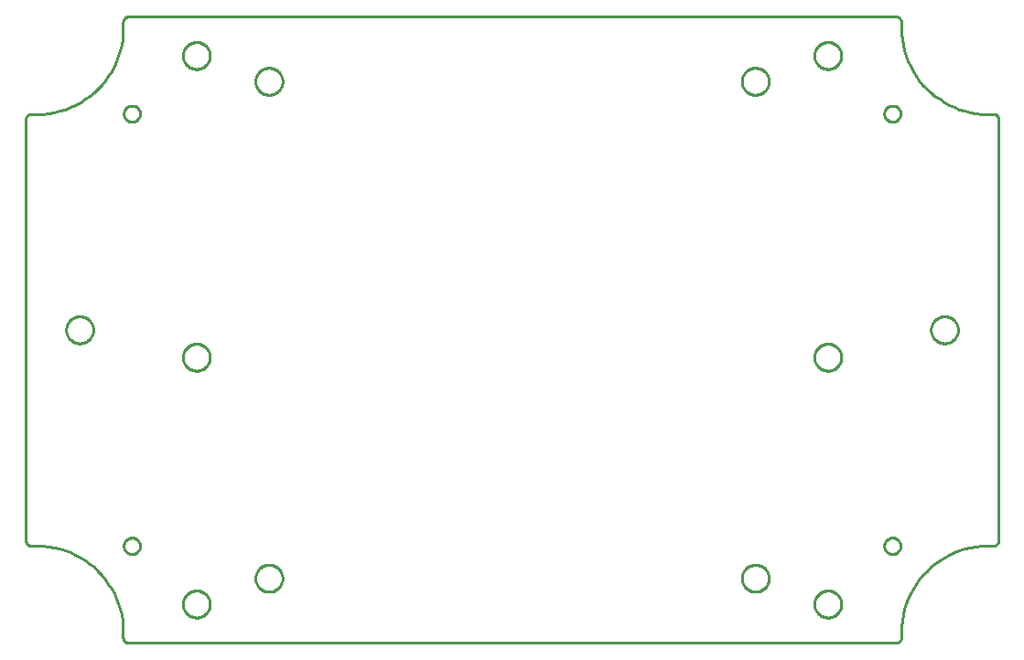
<source format=gbr>
G04 EAGLE Gerber RS-274X export*
G75*
%MOMM*%
%FSLAX34Y34*%
%LPD*%
%IN*%
%IPPOS*%
%AMOC8*
5,1,8,0,0,1.08239X$1,22.5*%
G01*
%ADD10C,0.254000*%


D10*
X45301Y198353D02*
X45335Y198019D01*
X45400Y197692D01*
X45466Y197368D01*
X45566Y197051D01*
X45693Y196755D01*
X45817Y196455D01*
X45972Y196173D01*
X46151Y195907D01*
X46334Y195639D01*
X46537Y195394D01*
X46989Y194943D01*
X47237Y194736D01*
X47505Y194557D01*
X47771Y194378D01*
X48053Y194223D01*
X48353Y194099D01*
X48653Y193971D01*
X48966Y193871D01*
X49293Y193806D01*
X49617Y193740D01*
X49955Y193706D01*
X60828Y193706D01*
X66219Y193144D01*
X71428Y192080D01*
X76634Y191012D01*
X81657Y189441D01*
X86442Y187419D01*
X91227Y185393D01*
X95775Y182916D01*
X100033Y180039D01*
X104287Y177166D01*
X108253Y173890D01*
X111874Y170272D01*
X115491Y166652D01*
X118767Y162686D01*
X121640Y158432D01*
X124517Y154174D01*
X126994Y149626D01*
X129016Y144841D01*
X131042Y140056D01*
X132613Y135033D01*
X133678Y129827D01*
X134746Y124618D01*
X135304Y119226D01*
X135304Y108354D01*
X135338Y108020D01*
X135407Y107692D01*
X135472Y107368D01*
X135569Y107051D01*
X135696Y106755D01*
X135824Y106455D01*
X135979Y106170D01*
X136158Y105904D01*
X136337Y105639D01*
X136544Y105391D01*
X136768Y105164D01*
X136995Y104940D01*
X137243Y104733D01*
X137774Y104375D01*
X138060Y104220D01*
X138359Y104096D01*
X138659Y103968D01*
X138973Y103868D01*
X139297Y103803D01*
X139624Y103737D01*
X139958Y103703D01*
X850640Y103703D01*
X850978Y103737D01*
X851633Y103868D01*
X851946Y103968D01*
X852246Y104096D01*
X852545Y104220D01*
X852831Y104375D01*
X853097Y104554D01*
X853362Y104736D01*
X853610Y104940D01*
X853837Y105167D01*
X854065Y105391D01*
X854268Y105639D01*
X854447Y105908D01*
X854626Y106173D01*
X854781Y106455D01*
X854905Y106755D01*
X855033Y107055D01*
X855133Y107368D01*
X855198Y107696D01*
X855264Y108020D01*
X855298Y108357D01*
X855298Y119226D01*
X855856Y124618D01*
X856924Y129827D01*
X857989Y135036D01*
X859563Y140059D01*
X861585Y144844D01*
X863608Y149629D01*
X866088Y154177D01*
X868961Y158435D01*
X871838Y162690D01*
X875114Y166655D01*
X878732Y170272D01*
X882349Y173893D01*
X886314Y177166D01*
X890572Y180043D01*
X894827Y182916D01*
X899375Y185393D01*
X904160Y187419D01*
X908945Y189441D01*
X913972Y191012D01*
X919177Y192080D01*
X924386Y193144D01*
X929778Y193706D01*
X940647Y193706D01*
X940985Y193740D01*
X941312Y193806D01*
X941636Y193871D01*
X941949Y193971D01*
X942249Y194099D01*
X942549Y194223D01*
X942831Y194378D01*
X943100Y194560D01*
X943365Y194740D01*
X943610Y194943D01*
X943837Y195170D01*
X944065Y195398D01*
X944268Y195646D01*
X944447Y195911D01*
X944626Y196176D01*
X944781Y196462D01*
X944905Y196762D01*
X945033Y197058D01*
X945132Y197375D01*
X945198Y197699D01*
X945263Y198026D01*
X945298Y198360D01*
X945298Y589048D01*
X945263Y589386D01*
X945198Y589713D01*
X945132Y590037D01*
X945033Y590350D01*
X944905Y590650D01*
X944781Y590950D01*
X944626Y591232D01*
X944447Y591501D01*
X944268Y591766D01*
X944065Y592011D01*
X943837Y592238D01*
X943610Y592466D01*
X943365Y592669D01*
X943100Y592848D01*
X942831Y593027D01*
X942549Y593182D01*
X942249Y593306D01*
X941949Y593434D01*
X941636Y593534D01*
X941312Y593599D01*
X940985Y593665D01*
X940647Y593699D01*
X929778Y593699D01*
X924386Y594257D01*
X919177Y595325D01*
X913972Y596390D01*
X908945Y597964D01*
X904160Y599986D01*
X899375Y602009D01*
X894827Y604489D01*
X890572Y607362D01*
X886314Y610239D01*
X882349Y613515D01*
X875114Y620750D01*
X871838Y624715D01*
X868961Y628973D01*
X866088Y633228D01*
X863608Y637776D01*
X861585Y642561D01*
X859563Y647346D01*
X857989Y652373D01*
X856924Y657578D01*
X855856Y662787D01*
X855298Y668179D01*
X855298Y679048D01*
X855264Y679386D01*
X855198Y679713D01*
X855133Y680037D01*
X855033Y680350D01*
X854905Y680650D01*
X854781Y680950D01*
X854626Y681232D01*
X854447Y681501D01*
X854268Y681766D01*
X854065Y682011D01*
X853837Y682238D01*
X853610Y682466D01*
X853362Y682669D01*
X853097Y682848D01*
X852831Y683027D01*
X852545Y683182D01*
X852246Y683306D01*
X851946Y683434D01*
X851633Y683533D01*
X851305Y683599D01*
X850978Y683664D01*
X850640Y683699D01*
X139961Y683699D01*
X139624Y683664D01*
X139300Y683599D01*
X138973Y683533D01*
X138659Y683434D01*
X138359Y683306D01*
X138060Y683182D01*
X137777Y683027D01*
X137509Y682848D01*
X137243Y682669D01*
X136995Y682466D01*
X136768Y682238D01*
X136544Y682011D01*
X136337Y681766D01*
X136158Y681501D01*
X135979Y681232D01*
X135824Y680950D01*
X135569Y680350D01*
X135472Y680037D01*
X135407Y679713D01*
X135338Y679386D01*
X135304Y679048D01*
X135304Y668179D01*
X134746Y662787D01*
X133678Y657578D01*
X132613Y652373D01*
X131042Y647346D01*
X129016Y642561D01*
X126994Y637776D01*
X124517Y633228D01*
X121640Y628973D01*
X118767Y624715D01*
X115491Y620750D01*
X111874Y617133D01*
X108253Y613515D01*
X104287Y610239D01*
X100033Y607362D01*
X95775Y604489D01*
X91227Y602009D01*
X86442Y599986D01*
X81657Y597964D01*
X76634Y596390D01*
X71428Y595325D01*
X66219Y594257D01*
X60828Y593699D01*
X49955Y593699D01*
X49617Y593665D01*
X49293Y593599D01*
X48966Y593534D01*
X48653Y593434D01*
X48353Y593306D01*
X48053Y593182D01*
X47771Y593027D01*
X47505Y592848D01*
X47237Y592669D01*
X46989Y592466D01*
X46765Y592238D01*
X46537Y592011D01*
X46334Y591766D01*
X46151Y591501D01*
X45972Y591232D01*
X45817Y590950D01*
X45693Y590650D01*
X45566Y590350D01*
X45466Y590037D01*
X45400Y589713D01*
X45335Y589386D01*
X45301Y589048D01*
X45301Y198353D01*
X190699Y646836D02*
X190785Y645992D01*
X190951Y645179D01*
X191119Y644366D01*
X191364Y643581D01*
X191681Y642833D01*
X191994Y642086D01*
X192384Y641376D01*
X192832Y640711D01*
X193283Y640046D01*
X193793Y639429D01*
X194358Y638861D01*
X194923Y638292D01*
X195543Y637783D01*
X196208Y637335D01*
X196873Y636883D01*
X197586Y636498D01*
X198333Y636181D01*
X199081Y635867D01*
X199867Y635619D01*
X200680Y635454D01*
X201493Y635288D01*
X202337Y635199D01*
X204063Y635199D01*
X204903Y635288D01*
X205716Y635454D01*
X206533Y635619D01*
X207315Y635867D01*
X208066Y636181D01*
X208813Y636498D01*
X209523Y636883D01*
X210188Y637335D01*
X210853Y637783D01*
X211473Y638292D01*
X212038Y638861D01*
X212603Y639429D01*
X213116Y640046D01*
X213564Y640711D01*
X214016Y641376D01*
X214401Y642086D01*
X214718Y642833D01*
X215032Y643581D01*
X215280Y644366D01*
X215445Y645179D01*
X215611Y645992D01*
X215700Y646836D01*
X215700Y648559D01*
X215611Y649403D01*
X215445Y650216D01*
X215280Y651029D01*
X215032Y651814D01*
X214718Y652562D01*
X214401Y653310D01*
X214016Y654019D01*
X213564Y654684D01*
X213116Y655349D01*
X212603Y655966D01*
X212038Y656534D01*
X211473Y657103D01*
X210853Y657613D01*
X210188Y658060D01*
X209523Y658512D01*
X208813Y658898D01*
X208066Y659215D01*
X207315Y659528D01*
X206533Y659776D01*
X205716Y659941D01*
X204903Y660107D01*
X204063Y660196D01*
X202337Y660196D01*
X201493Y660107D01*
X200680Y659941D01*
X199867Y659776D01*
X199081Y659528D01*
X198333Y659215D01*
X197586Y658898D01*
X196873Y658512D01*
X196208Y658060D01*
X195543Y657613D01*
X194923Y657103D01*
X194358Y656534D01*
X193793Y655966D01*
X193283Y655349D01*
X192832Y654684D01*
X192384Y654019D01*
X191994Y653310D01*
X191681Y652562D01*
X191364Y651814D01*
X191119Y651029D01*
X190951Y650216D01*
X190785Y649403D01*
X190699Y648559D01*
X190699Y646836D01*
X774900Y646836D02*
X774986Y645992D01*
X775151Y645179D01*
X775320Y644366D01*
X775565Y643581D01*
X775882Y642833D01*
X776199Y642086D01*
X776585Y641376D01*
X777487Y640046D01*
X777997Y639429D01*
X778562Y638861D01*
X779127Y638292D01*
X779747Y637783D01*
X780412Y637335D01*
X781077Y636883D01*
X781787Y636498D01*
X782534Y636181D01*
X783282Y635867D01*
X784067Y635619D01*
X784880Y635454D01*
X785693Y635288D01*
X786534Y635199D01*
X788263Y635199D01*
X789104Y635288D01*
X789917Y635454D01*
X790730Y635619D01*
X791516Y635867D01*
X792263Y636181D01*
X793011Y636498D01*
X793720Y636883D01*
X794385Y637335D01*
X795050Y637783D01*
X795670Y638292D01*
X796235Y638861D01*
X796800Y639429D01*
X797310Y640046D01*
X798213Y641376D01*
X798599Y642086D01*
X798916Y642833D01*
X799233Y643581D01*
X799477Y644366D01*
X799646Y645179D01*
X799811Y645992D01*
X799897Y646836D01*
X799897Y648559D01*
X799811Y649403D01*
X799646Y650216D01*
X799477Y651029D01*
X799233Y651814D01*
X798916Y652562D01*
X798599Y653310D01*
X798213Y654019D01*
X797310Y655349D01*
X796800Y655966D01*
X796235Y656534D01*
X795670Y657103D01*
X795050Y657613D01*
X794385Y658060D01*
X793720Y658512D01*
X793011Y658898D01*
X792263Y659215D01*
X791516Y659528D01*
X790730Y659776D01*
X789917Y659941D01*
X789104Y660107D01*
X788263Y660196D01*
X786534Y660196D01*
X785693Y660107D01*
X784880Y659941D01*
X784067Y659776D01*
X783282Y659528D01*
X782534Y659215D01*
X781787Y658898D01*
X781077Y658512D01*
X780412Y658060D01*
X779747Y657613D01*
X779127Y657103D01*
X778562Y656534D01*
X777997Y655966D01*
X777487Y655349D01*
X776585Y654019D01*
X776199Y653310D01*
X775882Y652562D01*
X775565Y651814D01*
X775320Y651029D01*
X775151Y650216D01*
X774986Y649403D01*
X774900Y648559D01*
X774900Y646836D01*
X136008Y193036D02*
X136060Y192530D01*
X136160Y192040D01*
X136260Y191555D01*
X136408Y191083D01*
X136597Y190635D01*
X136787Y190183D01*
X137021Y189760D01*
X137290Y189360D01*
X137562Y188960D01*
X137869Y188588D01*
X138206Y188247D01*
X138547Y187910D01*
X138919Y187603D01*
X139316Y187331D01*
X139715Y187062D01*
X140142Y186828D01*
X140590Y186638D01*
X141038Y186449D01*
X141510Y186301D01*
X142488Y186101D01*
X142991Y186049D01*
X144028Y186049D01*
X144535Y186101D01*
X145021Y186201D01*
X145510Y186301D01*
X145978Y186449D01*
X146430Y186638D01*
X146877Y186828D01*
X147305Y187062D01*
X147704Y187331D01*
X148101Y187603D01*
X148473Y187910D01*
X148814Y188247D01*
X149151Y188588D01*
X149458Y188960D01*
X149727Y189360D01*
X149995Y189760D01*
X150230Y190183D01*
X150419Y190635D01*
X150609Y191083D01*
X150757Y191555D01*
X150857Y192040D01*
X150956Y192530D01*
X151008Y193036D01*
X151008Y194069D01*
X150956Y194576D01*
X150857Y195062D01*
X150757Y195551D01*
X150609Y196023D01*
X150419Y196471D01*
X150230Y196919D01*
X149995Y197346D01*
X149727Y197745D01*
X149458Y198142D01*
X149151Y198514D01*
X148814Y198855D01*
X148473Y199192D01*
X148101Y199499D01*
X147704Y199768D01*
X147305Y200036D01*
X146877Y200271D01*
X146430Y200460D01*
X145978Y200650D01*
X145510Y200798D01*
X145021Y200898D01*
X144535Y200998D01*
X144028Y201049D01*
X142991Y201049D01*
X142488Y200998D01*
X141510Y200798D01*
X141038Y200650D01*
X140590Y200460D01*
X140142Y200271D01*
X139715Y200036D01*
X139316Y199768D01*
X138919Y199499D01*
X138547Y199192D01*
X138206Y198855D01*
X137869Y198514D01*
X137562Y198142D01*
X137290Y197745D01*
X137021Y197346D01*
X136787Y196919D01*
X136408Y196023D01*
X136260Y195551D01*
X136160Y195062D01*
X136060Y194576D01*
X136008Y194069D01*
X136008Y193036D01*
X774900Y138838D02*
X774986Y137994D01*
X775151Y137181D01*
X775320Y136368D01*
X775565Y135582D01*
X775882Y134834D01*
X776199Y134087D01*
X776585Y133377D01*
X777487Y132047D01*
X777997Y131427D01*
X778562Y130862D01*
X779127Y130294D01*
X779747Y129784D01*
X780412Y129336D01*
X781077Y128885D01*
X781787Y128499D01*
X782534Y128182D01*
X783282Y127865D01*
X784067Y127620D01*
X784880Y127452D01*
X785693Y127286D01*
X786534Y127200D01*
X788263Y127200D01*
X789104Y127286D01*
X789917Y127452D01*
X790730Y127620D01*
X791516Y127865D01*
X792263Y128182D01*
X793011Y128499D01*
X793720Y128885D01*
X794385Y129336D01*
X795050Y129784D01*
X795670Y130294D01*
X796235Y130862D01*
X796800Y131427D01*
X797310Y132047D01*
X798213Y133377D01*
X798599Y134087D01*
X798916Y134834D01*
X799233Y135582D01*
X799477Y136368D01*
X799646Y137181D01*
X799811Y137994D01*
X799897Y138838D01*
X799897Y140564D01*
X799811Y141404D01*
X799646Y142217D01*
X799477Y143034D01*
X799233Y143816D01*
X798916Y144567D01*
X798599Y145314D01*
X798213Y146024D01*
X797762Y146689D01*
X797310Y147354D01*
X796800Y147974D01*
X795670Y149104D01*
X795050Y149617D01*
X794385Y150065D01*
X793720Y150517D01*
X793011Y150902D01*
X792263Y151219D01*
X791516Y151533D01*
X790730Y151781D01*
X789917Y151946D01*
X789104Y152112D01*
X788263Y152201D01*
X786534Y152201D01*
X785693Y152112D01*
X784880Y151946D01*
X784067Y151781D01*
X783282Y151533D01*
X782534Y151219D01*
X781787Y150902D01*
X781077Y150517D01*
X780412Y150065D01*
X779747Y149617D01*
X779127Y149104D01*
X777997Y147974D01*
X777487Y147354D01*
X777036Y146689D01*
X776585Y146024D01*
X776199Y145314D01*
X775882Y144567D01*
X775565Y143816D01*
X775320Y143034D01*
X775151Y142217D01*
X774986Y141404D01*
X774900Y140564D01*
X774900Y138838D01*
X707841Y622965D02*
X707931Y622125D01*
X708096Y621308D01*
X708261Y620495D01*
X708509Y619710D01*
X708823Y618962D01*
X709140Y618214D01*
X709526Y617505D01*
X709977Y616840D01*
X710425Y616175D01*
X710935Y615558D01*
X712072Y614421D01*
X712688Y613912D01*
X713353Y613464D01*
X714018Y613012D01*
X714728Y612626D01*
X715475Y612308D01*
X716223Y611994D01*
X717008Y611746D01*
X717821Y611581D01*
X718638Y611416D01*
X719479Y611326D01*
X721201Y611326D01*
X722045Y611416D01*
X722858Y611581D01*
X723675Y611746D01*
X724460Y611994D01*
X725208Y612308D01*
X725955Y612626D01*
X726665Y613012D01*
X727330Y613464D01*
X727995Y613912D01*
X728615Y614421D01*
X729745Y615558D01*
X730258Y616175D01*
X730710Y616840D01*
X731157Y617505D01*
X731547Y618214D01*
X731864Y618962D01*
X732177Y619710D01*
X732425Y620495D01*
X732591Y621308D01*
X732756Y622125D01*
X732846Y622965D01*
X732846Y624688D01*
X732756Y625532D01*
X732591Y626345D01*
X732425Y627158D01*
X732177Y627943D01*
X731864Y628691D01*
X731547Y629439D01*
X731157Y630152D01*
X730710Y630817D01*
X730258Y631481D01*
X729745Y632102D01*
X728615Y633232D01*
X727995Y633741D01*
X727330Y634193D01*
X726665Y634641D01*
X725955Y635030D01*
X725208Y635343D01*
X724460Y635657D01*
X723675Y635905D01*
X722858Y636070D01*
X722045Y636236D01*
X721201Y636325D01*
X719479Y636325D01*
X718638Y636236D01*
X717821Y636070D01*
X717008Y635905D01*
X716223Y635657D01*
X715475Y635343D01*
X714728Y635030D01*
X714018Y634641D01*
X713353Y634193D01*
X712688Y633741D01*
X712072Y633232D01*
X710935Y632102D01*
X710425Y631481D01*
X709977Y630817D01*
X709526Y630152D01*
X709140Y629439D01*
X708823Y628691D01*
X708509Y627943D01*
X708261Y627158D01*
X707931Y625532D01*
X707841Y624688D01*
X707841Y622965D01*
X774900Y367437D02*
X774986Y366593D01*
X775151Y365780D01*
X775320Y364967D01*
X775565Y364182D01*
X775882Y363434D01*
X776199Y362686D01*
X776585Y361977D01*
X777487Y360647D01*
X777997Y360027D01*
X778562Y359462D01*
X779127Y358893D01*
X779747Y358383D01*
X780412Y357936D01*
X781077Y357484D01*
X781787Y357098D01*
X782534Y356781D01*
X783282Y356465D01*
X784067Y356220D01*
X784880Y356051D01*
X785693Y355886D01*
X786534Y355800D01*
X788263Y355800D01*
X789104Y355886D01*
X789917Y356051D01*
X790730Y356220D01*
X791516Y356465D01*
X792263Y356781D01*
X793011Y357098D01*
X793720Y357484D01*
X794385Y357936D01*
X795050Y358383D01*
X795670Y358893D01*
X796235Y359462D01*
X796800Y360027D01*
X797310Y360647D01*
X798213Y361977D01*
X798599Y362686D01*
X798916Y363434D01*
X799233Y364182D01*
X799477Y364967D01*
X799646Y365780D01*
X799811Y366593D01*
X799897Y367437D01*
X799897Y369163D01*
X799811Y370004D01*
X799646Y370817D01*
X799477Y371633D01*
X799233Y372415D01*
X798916Y373166D01*
X798599Y373914D01*
X798213Y374624D01*
X797762Y375289D01*
X797310Y375953D01*
X796800Y376574D01*
X795670Y377704D01*
X795050Y378217D01*
X794385Y378665D01*
X793720Y379116D01*
X793011Y379502D01*
X792263Y379819D01*
X791516Y380132D01*
X790730Y380380D01*
X789917Y380546D01*
X789104Y380711D01*
X788263Y380801D01*
X786534Y380801D01*
X785693Y380711D01*
X784880Y380546D01*
X784067Y380380D01*
X783282Y380132D01*
X782534Y379819D01*
X781787Y379502D01*
X781077Y379116D01*
X780412Y378665D01*
X779747Y378217D01*
X779127Y377704D01*
X777997Y376574D01*
X777487Y375953D01*
X777036Y375289D01*
X776585Y374624D01*
X776199Y373914D01*
X775882Y373166D01*
X775565Y372415D01*
X775320Y371633D01*
X775151Y370817D01*
X774986Y370004D01*
X774900Y369163D01*
X774900Y367437D01*
X839588Y193036D02*
X839640Y192530D01*
X839740Y192040D01*
X839840Y191555D01*
X839988Y191083D01*
X840178Y190635D01*
X840367Y190183D01*
X840598Y189760D01*
X840870Y189360D01*
X841139Y188960D01*
X841445Y188588D01*
X841786Y188247D01*
X842128Y187910D01*
X842496Y187603D01*
X842896Y187331D01*
X843295Y187062D01*
X843719Y186828D01*
X844170Y186638D01*
X844618Y186449D01*
X845090Y186301D01*
X845579Y186201D01*
X846065Y186101D01*
X846572Y186049D01*
X847605Y186049D01*
X848112Y186101D01*
X848597Y186201D01*
X849087Y186301D01*
X849559Y186449D01*
X850006Y186638D01*
X850458Y186828D01*
X850881Y187062D01*
X851281Y187331D01*
X851681Y187603D01*
X852049Y187910D01*
X852390Y188247D01*
X852732Y188588D01*
X853038Y188960D01*
X853307Y189360D01*
X853579Y189760D01*
X853810Y190183D01*
X853999Y190635D01*
X854189Y191083D01*
X854337Y191555D01*
X854437Y192040D01*
X854537Y192530D01*
X854588Y193036D01*
X854588Y194069D01*
X854537Y194576D01*
X854437Y195062D01*
X854337Y195551D01*
X854189Y196023D01*
X853999Y196471D01*
X853810Y196919D01*
X853579Y197346D01*
X853307Y197745D01*
X853038Y198142D01*
X852732Y198514D01*
X852390Y198855D01*
X852049Y199192D01*
X851681Y199499D01*
X851281Y199768D01*
X850881Y200036D01*
X850458Y200271D01*
X850006Y200460D01*
X849559Y200650D01*
X849087Y200798D01*
X848597Y200898D01*
X848112Y200998D01*
X847605Y201049D01*
X846572Y201049D01*
X846065Y200998D01*
X845579Y200898D01*
X845090Y200798D01*
X844618Y200650D01*
X844170Y200460D01*
X843719Y200271D01*
X843295Y200036D01*
X842496Y199499D01*
X842128Y199192D01*
X841786Y198855D01*
X841445Y198514D01*
X841139Y198142D01*
X840870Y197745D01*
X840598Y197346D01*
X840367Y196919D01*
X839988Y196023D01*
X839840Y195551D01*
X839740Y195062D01*
X839640Y194576D01*
X839588Y194069D01*
X839588Y193036D01*
X257755Y162719D02*
X257841Y161875D01*
X258006Y161062D01*
X258175Y160249D01*
X258419Y159463D01*
X258736Y158716D01*
X259053Y157968D01*
X259439Y157255D01*
X259890Y156590D01*
X260338Y155925D01*
X260848Y155305D01*
X261417Y154740D01*
X261982Y154175D01*
X262602Y153662D01*
X263932Y152766D01*
X264641Y152377D01*
X265389Y152060D01*
X266136Y151743D01*
X266922Y151498D01*
X267735Y151333D01*
X268551Y151168D01*
X269392Y151078D01*
X271118Y151078D01*
X271959Y151168D01*
X272775Y151333D01*
X273588Y151498D01*
X274374Y151743D01*
X275121Y152060D01*
X275869Y152377D01*
X276579Y152766D01*
X277243Y153214D01*
X277908Y153662D01*
X278525Y154175D01*
X279093Y154740D01*
X279658Y155305D01*
X280168Y155925D01*
X280620Y156590D01*
X281067Y157255D01*
X281453Y157968D01*
X281770Y158716D01*
X282087Y159463D01*
X282335Y160249D01*
X282501Y161062D01*
X282666Y161875D01*
X282756Y162719D01*
X282756Y164442D01*
X282666Y165286D01*
X282501Y166099D01*
X282335Y166912D01*
X282087Y167697D01*
X281770Y168445D01*
X281453Y169189D01*
X281067Y169902D01*
X280620Y170567D01*
X280168Y171228D01*
X279658Y171849D01*
X279093Y172414D01*
X278525Y172979D01*
X277908Y173492D01*
X277243Y173940D01*
X276579Y174391D01*
X275869Y174777D01*
X275121Y175094D01*
X274374Y175411D01*
X273588Y175655D01*
X272775Y175824D01*
X271959Y175990D01*
X271118Y176076D01*
X269392Y176076D01*
X268551Y175990D01*
X267735Y175824D01*
X266922Y175655D01*
X266136Y175411D01*
X265389Y175094D01*
X264641Y174777D01*
X263932Y174391D01*
X263267Y173940D01*
X262602Y173492D01*
X261982Y172979D01*
X261417Y172414D01*
X260848Y171849D01*
X260338Y171228D01*
X259890Y170567D01*
X259439Y169902D01*
X259053Y169189D01*
X258736Y168445D01*
X258419Y167697D01*
X258175Y166912D01*
X258006Y166099D01*
X257841Y165286D01*
X257755Y164442D01*
X257755Y162719D01*
X190699Y138838D02*
X190785Y137994D01*
X190951Y137181D01*
X191119Y136368D01*
X191364Y135582D01*
X191681Y134834D01*
X191994Y134087D01*
X192384Y133377D01*
X192832Y132712D01*
X193283Y132047D01*
X193793Y131427D01*
X194358Y130862D01*
X194923Y130294D01*
X195543Y129784D01*
X196208Y129336D01*
X196873Y128885D01*
X197586Y128499D01*
X198333Y128182D01*
X199081Y127865D01*
X199867Y127620D01*
X200680Y127452D01*
X201493Y127286D01*
X202337Y127200D01*
X204063Y127200D01*
X204903Y127286D01*
X205716Y127452D01*
X206533Y127620D01*
X207315Y127865D01*
X208066Y128182D01*
X208813Y128499D01*
X209523Y128885D01*
X210188Y129336D01*
X210853Y129784D01*
X211473Y130294D01*
X212038Y130862D01*
X212603Y131427D01*
X213116Y132047D01*
X213564Y132712D01*
X214016Y133377D01*
X214401Y134087D01*
X214718Y134834D01*
X215032Y135582D01*
X215280Y136368D01*
X215445Y137181D01*
X215611Y137994D01*
X215700Y138838D01*
X215700Y140564D01*
X215611Y141404D01*
X215445Y142217D01*
X215280Y143034D01*
X215032Y143816D01*
X214718Y144567D01*
X214401Y145314D01*
X214016Y146024D01*
X213564Y146689D01*
X213116Y147354D01*
X212603Y147971D01*
X212038Y148539D01*
X211473Y149104D01*
X210853Y149614D01*
X210188Y150065D01*
X209523Y150513D01*
X208813Y150899D01*
X208066Y151216D01*
X207315Y151533D01*
X206533Y151781D01*
X205716Y151946D01*
X204903Y152112D01*
X204063Y152201D01*
X202337Y152201D01*
X201493Y152112D01*
X200680Y151946D01*
X199867Y151781D01*
X199081Y151533D01*
X198333Y151216D01*
X197586Y150899D01*
X196873Y150513D01*
X196208Y150065D01*
X195543Y149614D01*
X194923Y149104D01*
X194358Y148539D01*
X193793Y147971D01*
X193283Y147354D01*
X192832Y146689D01*
X192384Y146024D01*
X191994Y145314D01*
X191681Y144567D01*
X191364Y143816D01*
X191119Y143034D01*
X190951Y142217D01*
X190785Y141404D01*
X190699Y140564D01*
X190699Y138838D01*
X839588Y593332D02*
X839640Y592829D01*
X839740Y592340D01*
X839840Y591851D01*
X839988Y591382D01*
X840367Y590487D01*
X840598Y590059D01*
X840870Y589660D01*
X841139Y589260D01*
X841445Y588888D01*
X841786Y588550D01*
X842128Y588213D01*
X842496Y587903D01*
X843295Y587365D01*
X843719Y587131D01*
X844170Y586942D01*
X844618Y586752D01*
X845090Y586604D01*
X845579Y586504D01*
X846065Y586404D01*
X846572Y586352D01*
X847605Y586352D01*
X848112Y586404D01*
X848597Y586504D01*
X849087Y586604D01*
X849559Y586752D01*
X850006Y586942D01*
X850458Y587131D01*
X850881Y587365D01*
X851281Y587634D01*
X851681Y587903D01*
X852049Y588213D01*
X852732Y588888D01*
X853038Y589260D01*
X853307Y589660D01*
X853579Y590059D01*
X853810Y590487D01*
X853999Y590934D01*
X854189Y591382D01*
X854337Y591851D01*
X854437Y592340D01*
X854537Y592829D01*
X854588Y593332D01*
X854588Y594366D01*
X854537Y594872D01*
X854437Y595361D01*
X854337Y595847D01*
X854189Y596323D01*
X853999Y596770D01*
X853810Y597218D01*
X853579Y597645D01*
X853307Y598045D01*
X853038Y598445D01*
X852732Y598817D01*
X852049Y599492D01*
X851681Y599802D01*
X851281Y600071D01*
X850881Y600340D01*
X850458Y600574D01*
X850006Y600763D01*
X849559Y600953D01*
X849087Y601101D01*
X848597Y601201D01*
X848112Y601301D01*
X847605Y601352D01*
X846572Y601352D01*
X846065Y601301D01*
X845579Y601201D01*
X845090Y601101D01*
X844618Y600953D01*
X844170Y600763D01*
X843719Y600574D01*
X843295Y600340D01*
X842496Y599802D01*
X842128Y599492D01*
X841786Y599154D01*
X841445Y598817D01*
X841139Y598445D01*
X840870Y598045D01*
X840598Y597645D01*
X840367Y597218D01*
X840178Y596770D01*
X839988Y596323D01*
X839840Y595847D01*
X839740Y595361D01*
X839640Y594872D01*
X839588Y594366D01*
X839588Y593332D01*
X882849Y392840D02*
X882938Y391999D01*
X883103Y391182D01*
X883269Y390369D01*
X883517Y389584D01*
X883830Y388836D01*
X884147Y388089D01*
X884533Y387379D01*
X884985Y386714D01*
X885432Y386049D01*
X885942Y385429D01*
X886511Y384864D01*
X887079Y384296D01*
X887696Y383786D01*
X888361Y383338D01*
X889026Y382887D01*
X889735Y382501D01*
X890483Y382184D01*
X891230Y381867D01*
X892016Y381622D01*
X892829Y381454D01*
X893645Y381288D01*
X894486Y381202D01*
X896209Y381202D01*
X897053Y381288D01*
X897866Y381454D01*
X898682Y381622D01*
X899468Y381867D01*
X900963Y382501D01*
X901673Y382887D01*
X902337Y383338D01*
X903002Y383786D01*
X903622Y384296D01*
X904187Y384864D01*
X904752Y385429D01*
X905266Y386049D01*
X905717Y386714D01*
X906165Y387379D01*
X906554Y388089D01*
X906871Y388836D01*
X907185Y389584D01*
X907433Y390369D01*
X907598Y391182D01*
X907764Y391999D01*
X907853Y392840D01*
X907853Y394566D01*
X907764Y395406D01*
X907598Y396219D01*
X907433Y397032D01*
X907185Y397818D01*
X906871Y398565D01*
X906554Y399313D01*
X906165Y400023D01*
X905717Y400688D01*
X905266Y401352D01*
X904752Y401973D01*
X904187Y402538D01*
X903622Y403103D01*
X903002Y403612D01*
X901673Y404515D01*
X900963Y404901D01*
X900215Y405218D01*
X899468Y405535D01*
X898682Y405779D01*
X897866Y405948D01*
X897053Y406114D01*
X896209Y406200D01*
X894486Y406200D01*
X893645Y406114D01*
X892829Y405948D01*
X892016Y405779D01*
X891230Y405535D01*
X890483Y405218D01*
X889735Y404901D01*
X889026Y404515D01*
X888361Y404064D01*
X887696Y403612D01*
X887079Y403103D01*
X886511Y402538D01*
X885942Y401973D01*
X885432Y401352D01*
X884985Y400688D01*
X884533Y400023D01*
X884147Y399313D01*
X883830Y398565D01*
X883517Y397818D01*
X883269Y397032D01*
X883103Y396219D01*
X882938Y395406D01*
X882849Y394566D01*
X882849Y392840D01*
X190699Y367439D02*
X190789Y366598D01*
X190954Y365782D01*
X191119Y364969D01*
X191364Y364183D01*
X191998Y362688D01*
X192387Y361978D01*
X192835Y361313D01*
X193283Y360649D01*
X193796Y360028D01*
X194361Y359463D01*
X194926Y358895D01*
X195546Y358385D01*
X196211Y357937D01*
X196876Y357486D01*
X197589Y357100D01*
X198337Y356783D01*
X199085Y356466D01*
X199870Y356222D01*
X200683Y356053D01*
X201496Y355887D01*
X202340Y355801D01*
X204066Y355801D01*
X204907Y355887D01*
X205720Y356053D01*
X206533Y356222D01*
X207318Y356466D01*
X208066Y356783D01*
X208813Y357100D01*
X209523Y357486D01*
X210188Y357937D01*
X210853Y358385D01*
X211473Y358895D01*
X212038Y359463D01*
X212603Y360028D01*
X213116Y360649D01*
X213564Y361313D01*
X214016Y361978D01*
X214401Y362688D01*
X214718Y363436D01*
X215035Y364183D01*
X215280Y364969D01*
X215449Y365782D01*
X215614Y366598D01*
X215700Y367439D01*
X215700Y369165D01*
X215614Y370005D01*
X215449Y370819D01*
X215280Y371632D01*
X215035Y372417D01*
X214718Y373165D01*
X214401Y373912D01*
X214016Y374622D01*
X213564Y375287D01*
X213116Y375952D01*
X212603Y376572D01*
X211473Y377702D01*
X210853Y378212D01*
X210188Y378663D01*
X209523Y379114D01*
X208813Y379500D01*
X208066Y379817D01*
X207318Y380134D01*
X206533Y380379D01*
X205720Y380547D01*
X204907Y380713D01*
X204066Y380799D01*
X202340Y380799D01*
X201496Y380713D01*
X200683Y380547D01*
X199870Y380379D01*
X199085Y380134D01*
X198337Y379817D01*
X197589Y379500D01*
X196876Y379114D01*
X196211Y378663D01*
X195546Y378212D01*
X194926Y377702D01*
X193796Y376572D01*
X193283Y375952D01*
X192835Y375287D01*
X192387Y374622D01*
X191998Y373912D01*
X191681Y373165D01*
X191364Y372417D01*
X191119Y371632D01*
X190954Y370819D01*
X190789Y370005D01*
X190699Y369165D01*
X190699Y367439D01*
X707841Y162719D02*
X707931Y161875D01*
X708261Y160249D01*
X708509Y159463D01*
X708823Y158716D01*
X709140Y157968D01*
X709526Y157255D01*
X709977Y156590D01*
X710425Y155925D01*
X710935Y155305D01*
X712072Y154175D01*
X712688Y153662D01*
X714018Y152766D01*
X714728Y152377D01*
X715475Y152060D01*
X716223Y151743D01*
X717008Y151498D01*
X717821Y151333D01*
X718638Y151168D01*
X719479Y151078D01*
X721201Y151078D01*
X722045Y151168D01*
X722858Y151333D01*
X723675Y151498D01*
X724460Y151743D01*
X725208Y152060D01*
X725955Y152377D01*
X726665Y152766D01*
X727995Y153662D01*
X728615Y154175D01*
X729745Y155305D01*
X730258Y155925D01*
X730710Y156590D01*
X731157Y157255D01*
X731547Y157968D01*
X731864Y158716D01*
X732177Y159463D01*
X732425Y160249D01*
X732591Y161062D01*
X732756Y161875D01*
X732846Y162719D01*
X732846Y164442D01*
X732756Y165286D01*
X732591Y166099D01*
X732425Y166912D01*
X732177Y167697D01*
X731864Y168445D01*
X731547Y169189D01*
X731157Y169902D01*
X730710Y170567D01*
X730258Y171228D01*
X729745Y171849D01*
X728615Y172979D01*
X727995Y173492D01*
X727330Y173940D01*
X726665Y174391D01*
X725955Y174777D01*
X725208Y175094D01*
X724460Y175411D01*
X723675Y175655D01*
X722858Y175824D01*
X722045Y175990D01*
X721201Y176076D01*
X719479Y176076D01*
X718638Y175990D01*
X717821Y175824D01*
X717008Y175655D01*
X716223Y175411D01*
X715475Y175094D01*
X714728Y174777D01*
X714018Y174391D01*
X713353Y173940D01*
X712688Y173492D01*
X712072Y172979D01*
X710935Y171849D01*
X710425Y171228D01*
X709977Y170567D01*
X709526Y169902D01*
X709140Y169189D01*
X708823Y168445D01*
X708509Y167697D01*
X708261Y166912D01*
X708096Y166099D01*
X707931Y165286D01*
X707841Y164442D01*
X707841Y162719D01*
X82749Y392840D02*
X82838Y391999D01*
X83004Y391182D01*
X83169Y390369D01*
X83414Y389584D01*
X83731Y388836D01*
X84048Y388089D01*
X84437Y387379D01*
X84885Y386714D01*
X85333Y386049D01*
X85846Y385429D01*
X86411Y384864D01*
X86976Y384296D01*
X87596Y383786D01*
X88261Y383338D01*
X88926Y382887D01*
X89639Y382501D01*
X90387Y382184D01*
X91134Y381867D01*
X91920Y381622D01*
X92733Y381454D01*
X93546Y381288D01*
X94390Y381202D01*
X96116Y381202D01*
X96956Y381288D01*
X97769Y381454D01*
X98582Y381622D01*
X99368Y381867D01*
X100115Y382184D01*
X100863Y382501D01*
X101573Y382887D01*
X102238Y383338D01*
X102903Y383786D01*
X103523Y384296D01*
X104088Y384864D01*
X104653Y385429D01*
X105166Y386049D01*
X105614Y386714D01*
X106065Y387379D01*
X106451Y388089D01*
X106768Y388836D01*
X107085Y389584D01*
X107329Y390369D01*
X107498Y391182D01*
X107664Y391999D01*
X107750Y392840D01*
X107750Y394566D01*
X107664Y395406D01*
X107498Y396219D01*
X107329Y397032D01*
X107085Y397818D01*
X106768Y398565D01*
X106451Y399313D01*
X106065Y400023D01*
X105614Y400688D01*
X105166Y401352D01*
X104653Y401973D01*
X104088Y402538D01*
X103523Y403103D01*
X102903Y403612D01*
X101573Y404515D01*
X100863Y404901D01*
X100115Y405218D01*
X99368Y405535D01*
X98582Y405779D01*
X97769Y405948D01*
X96956Y406114D01*
X96116Y406200D01*
X94390Y406200D01*
X93546Y406114D01*
X92733Y405948D01*
X91920Y405779D01*
X91134Y405535D01*
X90387Y405218D01*
X89639Y404901D01*
X88926Y404515D01*
X87596Y403612D01*
X86976Y403103D01*
X86411Y402538D01*
X85846Y401973D01*
X85333Y401352D01*
X84885Y400688D01*
X84437Y400023D01*
X84048Y399313D01*
X83414Y397818D01*
X83169Y397032D01*
X83004Y396219D01*
X82838Y395406D01*
X82749Y394566D01*
X82749Y392840D01*
X136008Y593332D02*
X136060Y592829D01*
X136160Y592340D01*
X136260Y591851D01*
X136408Y591382D01*
X136787Y590487D01*
X137021Y590059D01*
X137290Y589660D01*
X137562Y589260D01*
X137869Y588888D01*
X138206Y588550D01*
X138547Y588213D01*
X138919Y587903D01*
X139316Y587634D01*
X139715Y587365D01*
X140142Y587131D01*
X140590Y586942D01*
X141038Y586752D01*
X141510Y586604D01*
X142488Y586404D01*
X142991Y586352D01*
X144028Y586352D01*
X144535Y586404D01*
X145021Y586504D01*
X145510Y586604D01*
X145978Y586752D01*
X146430Y586942D01*
X146877Y587131D01*
X147305Y587365D01*
X147704Y587634D01*
X148101Y587903D01*
X148473Y588213D01*
X148814Y588550D01*
X149151Y588888D01*
X149458Y589260D01*
X149727Y589660D01*
X149995Y590059D01*
X150230Y590487D01*
X150419Y590934D01*
X150609Y591382D01*
X150757Y591851D01*
X150857Y592340D01*
X150956Y592829D01*
X151008Y593332D01*
X151008Y594366D01*
X150956Y594872D01*
X150857Y595361D01*
X150757Y595847D01*
X150609Y596323D01*
X150419Y596770D01*
X150230Y597218D01*
X149995Y597645D01*
X149727Y598045D01*
X149458Y598445D01*
X149151Y598817D01*
X148814Y599154D01*
X148473Y599492D01*
X148101Y599802D01*
X147704Y600071D01*
X147305Y600340D01*
X146877Y600574D01*
X146430Y600763D01*
X145978Y600953D01*
X145510Y601101D01*
X145021Y601201D01*
X144535Y601301D01*
X144028Y601352D01*
X142991Y601352D01*
X142488Y601301D01*
X141999Y601201D01*
X141510Y601101D01*
X141038Y600953D01*
X140590Y600763D01*
X140142Y600574D01*
X139715Y600340D01*
X139316Y600071D01*
X138919Y599802D01*
X138547Y599492D01*
X138206Y599154D01*
X137869Y598817D01*
X137562Y598445D01*
X137290Y598045D01*
X137021Y597645D01*
X136787Y597218D01*
X136597Y596770D01*
X136408Y596323D01*
X136260Y595847D01*
X136160Y595361D01*
X136060Y594872D01*
X136008Y594366D01*
X136008Y593332D01*
X257755Y622965D02*
X257841Y622125D01*
X258006Y621308D01*
X258175Y620495D01*
X258419Y619710D01*
X258736Y618962D01*
X259053Y618214D01*
X259439Y617505D01*
X259890Y616840D01*
X260338Y616175D01*
X260848Y615558D01*
X261417Y614990D01*
X261982Y614421D01*
X262602Y613912D01*
X263267Y613464D01*
X263932Y613012D01*
X264641Y612626D01*
X265389Y612308D01*
X266136Y611994D01*
X266922Y611746D01*
X267735Y611581D01*
X268551Y611416D01*
X269392Y611326D01*
X271118Y611326D01*
X271959Y611416D01*
X272775Y611581D01*
X273588Y611746D01*
X274374Y611994D01*
X275121Y612308D01*
X275869Y612626D01*
X276579Y613012D01*
X277243Y613464D01*
X277908Y613912D01*
X278525Y614421D01*
X279093Y614990D01*
X279658Y615558D01*
X280168Y616175D01*
X280620Y616840D01*
X281067Y617505D01*
X281453Y618214D01*
X282087Y619710D01*
X282335Y620495D01*
X282501Y621308D01*
X282666Y622125D01*
X282756Y622965D01*
X282756Y624688D01*
X282666Y625532D01*
X282501Y626345D01*
X282335Y627158D01*
X282087Y627943D01*
X281770Y628691D01*
X281453Y629439D01*
X281067Y630152D01*
X280620Y630817D01*
X280168Y631481D01*
X279658Y632102D01*
X279093Y632667D01*
X278525Y633232D01*
X277908Y633741D01*
X277243Y634193D01*
X276579Y634641D01*
X275869Y635030D01*
X274374Y635657D01*
X273588Y635905D01*
X272775Y636070D01*
X271959Y636236D01*
X271118Y636325D01*
X269392Y636325D01*
X268551Y636236D01*
X267735Y636070D01*
X266922Y635905D01*
X266136Y635657D01*
X264641Y635030D01*
X263932Y634641D01*
X263267Y634193D01*
X262602Y633741D01*
X261982Y633232D01*
X261417Y632667D01*
X260848Y632102D01*
X260338Y631481D01*
X259890Y630817D01*
X259439Y630152D01*
X259053Y629439D01*
X258736Y628691D01*
X258419Y627943D01*
X258175Y627158D01*
X258006Y626345D01*
X257841Y625532D01*
X257755Y624688D01*
X257755Y622965D01*
M02*

</source>
